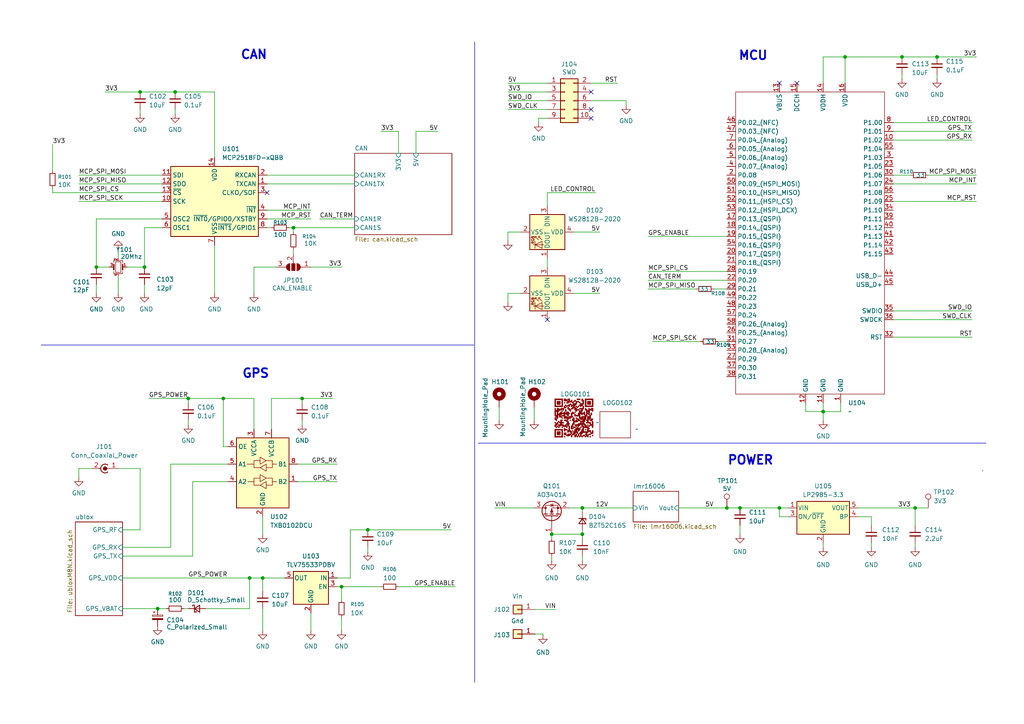
<source format=kicad_sch>
(kicad_sch (version 20250114) (generator "eeschema") (generator_version "9.0")
  (paper "A4")
  (lib_symbols
    (symbol "Connector:Conn_Coaxial_Power" (pin_names (offset 1.016) (hide yes))
      (property "Reference" "J" (at -5.08 -1.27 90))
      (property "Value" "Conn_Coaxial_Power" (at -3.175 -1.27 90))
      (symbol "Conn_Coaxial_Power_1_1"
        (pin passive line (at 0 2.54 270) (length 2.54) (name "In") (number "1"))
        (pin passive line (at 0 -5.08 90) (length 2.54) (name "Ext") (number "2"))
      )
    )
    (symbol "Connector:TestPoint" (pin_numbers (hide yes)) (pin_names (offset 0.762) (hide yes))
      (property "Reference" "TP" (at 0 6.858 0))
      (property "Value" "TestPoint" (at 0 5.08 0))
      (symbol "TestPoint_1_1"
        (pin passive line (at 0 0 90) (length 2.54) (name "1") (number "1"))
      )
    )
    (symbol "Connector_Generic:Conn_01x01" (pin_names (offset 1.016) (hide yes))
      (property "Reference" "J" (at 0 2.54 0))
      (property "Value" "Conn_01x01" (at 0 -2.54 0))
      (symbol "Conn_01x01_1_1"
        (pin passive line (at -5.08 0 0) (length 3.81) (name "Pin_1") (number "1"))
      )
    )
    (symbol "Connector_Generic:Conn_02x05_Odd_Even" (pin_names (offset 1.016) (hide yes))
      (property "Reference" "J" (at 1.27 7.62 0))
      (property "Value" "Conn_02x05_Odd_Even" (at 1.27 -7.62 0))
      (symbol "Conn_02x05_Odd_Even_1_1"
        (pin passive line (at -5.08 5.08 0) (length 3.81) (name "Pin_1") (number "1"))
        (pin passive line (at -5.08 2.54 0) (length 3.81) (name "Pin_3") (number "3"))
        (pin passive line (at -5.08 0 0) (length 3.81) (name "Pin_5") (number "5"))
        (pin passive line (at -5.08 -2.54 0) (length 3.81) (name "Pin_7") (number "7"))
        (pin passive line (at -5.08 -5.08 0) (length 3.81) (name "Pin_9") (number "9"))
        (pin passive line (at 7.62 5.08 180) (length 3.81) (name "Pin_2") (number "2"))
        (pin passive line (at 7.62 2.54 180) (length 3.81) (name "Pin_4") (number "4"))
        (pin passive line (at 7.62 0 180) (length 3.81) (name "Pin_6") (number "6"))
        (pin passive line (at 7.62 -2.54 180) (length 3.81) (name "Pin_8") (number "8"))
        (pin passive line (at 7.62 -5.08 180) (length 3.81) (name "Pin_10") (number "10"))
      )
    )
    (symbol "Device:C_Polarized_Small" (pin_numbers (hide yes)) (pin_names (offset 0.254) (hide yes))
      (property "Reference" "C" (at 0.254 1.778 0))
      (property "Value" "C_Polarized_Small" (at 0.254 -2.032 0))
      (symbol "C_Polarized_Small_1_1"
        (pin passive line (at 0 2.54 270) (length 1.8542) (name "~") (number "1"))
        (pin passive line (at 0 -2.54 90) (length 1.8542) (name "~") (number "2"))
      )
    )
    (symbol "Device:C_Small" (pin_numbers (hide yes)) (pin_names (offset 0.254) (hide yes))
      (property "Reference" "C" (at 0.254 1.778 0))
      (property "Value" "C_Small" (at 0.254 -2.032 0))
      (symbol "C_Small_1_1"
        (pin passive line (at 0 2.54 270) (length 2.032) (name "~") (number "1"))
        (pin passive line (at 0 -2.54 90) (length 2.032) (name "~") (number "2"))
      )
    )
    (symbol "Device:Crystal_GND24_Small" (pin_names (offset 1.016) (hide yes))
      (property "Reference" "Y" (at 1.27 4.445 0))
      (property "Value" "Crystal_GND24_Small" (at 1.27 2.54 0))
      (symbol "Crystal_GND24_Small_1_1"
        (pin passive line (at -2.54 0 0) (length 1.27) (name "1") (number "1"))
        (pin passive line (at 0 2.54 270) (length 0.635) (name "4") (number "4"))
        (pin passive line (at 0 -2.54 90) (length 0.635) (name "2") (number "2"))
        (pin passive line (at 2.54 0 180) (length 1.27) (name "3") (number "3"))
      )
    )
    (symbol "Device:D_Schottky_Small" (pin_numbers (hide yes)) (pin_names (offset 0.254) (hide yes))
      (property "Reference" "D" (at -1.27 2.032 0))
      (property "Value" "D_Schottky_Small" (at -7.112 -2.032 0))
      (symbol "D_Schottky_Small_1_1"
        (pin passive line (at -2.54 0 0) (length 1.778) (name "K") (number "1"))
        (pin passive line (at 2.54 0 180) (length 1.778) (name "A") (number "2"))
      )
    )
    (symbol "Device:D_Zener_Small" (pin_numbers (hide yes)) (pin_names (offset 0.254) (hide yes))
      (property "Reference" "D" (at 0 2.286 0))
      (property "Value" "D_Zener_Small" (at 0 -2.286 0))
      (symbol "D_Zener_Small_1_1"
        (pin passive line (at -2.54 0 0) (length 1.778) (name "K") (number "1"))
        (pin passive line (at 2.54 0 180) (length 1.778) (name "A") (number "2"))
      )
    )
    (symbol "Device:R_Small" (pin_numbers (hide yes)) (pin_names (offset 0.254) (hide yes))
      (property "Reference" "R" (at 0 0 90))
      (property "Value" "R_Small" (at 1.778 0 90))
      (symbol "R_Small_1_1"
        (pin passive line (at 0 2.54 270) (length 0.762) (name "~") (number "1"))
        (pin passive line (at 0 -2.54 90) (length 0.762) (name "~") (number "2"))
      )
    )
    (symbol "Interface_CAN_LIN:MCP2518FD-xQBB"
      (property "Reference" "U" (at 8.89 13.97 0))
      (property "Value" "MCP2518FD-xQBB" (at -3.81 13.97 0))
      (symbol "MCP2518FD-xQBB_1_1"
        (pin input line (at -15.24 7.62 0) (length 2.54) (name "SDI") (number "11"))
        (pin output line (at -15.24 5.08 0) (length 2.54) (name "SDO") (number "12"))
        (pin input line (at -15.24 2.54 0) (length 2.54) (name "~{CS}") (number "13"))
        (pin input line (at -15.24 0 0) (length 2.54) (name "SCK") (number "10"))
        (pin output line (at -15.24 -5.08 0) (length 2.54) (name "OSC2") (number "5"))
        (pin input line (at -15.24 -7.62 0) (length 2.54) (name "OSC1") (number "6"))
        (pin power_in line (at 0 12.7 270) (length 2.54) (name "VDD") (number "14"))
        (pin passive line (at 0 -12.7 90) (length 2.54) (hide yes) (name "VSS") (number "15"))
        (pin power_in line (at 0 -12.7 90) (length 2.54) (name "VSS") (number "7"))
        (pin input line (at 15.24 7.62 180) (length 2.54) (name "RXCAN") (number "2"))
        (pin output line (at 15.24 5.08 180) (length 2.54) (name "TXCAN") (number "1"))
        (pin output line (at 15.24 2.54 180) (length 2.54) (name "CLKO/SOF") (number "3"))
        (pin output line (at 15.24 -2.54 180) (length 2.54) (name "~{INT}") (number "4"))
        (pin bidirectional line (at 15.24 -5.08 180) (length 2.54) (name "~{INT0}/GPIO0/XSTBY") (number "9"))
        (pin bidirectional line (at 15.24 -7.62 180) (length 2.54) (name "~{INT1}/GPIO1") (number "8"))
      )
    )
    (symbol "Jumper:SolderJumper_3_Open" (pin_names (offset 0) (hide yes)) (in_bom no)
      (property "Reference" "JP" (at -2.54 -2.54 0))
      (property "Value" "SolderJumper_3_Open" (at 0 2.794 0))
      (symbol "SolderJumper_3_Open_1_1"
        (pin passive line (at -5.08 0 0) (length 2.54) (name "A") (number "1"))
        (pin passive line (at 0 -3.81 90) (length 2.54) (name "C") (number "2"))
        (pin passive line (at 5.08 0 180) (length 2.54) (name "B") (number "3"))
      )
    )
    (symbol "LED:WS2812B-2020" (pin_names (offset 0.254))
      (property "Reference" "D" (at 5.08 5.715 0))
      (property "Value" "WS2812B-2020" (at 1.27 -5.715 0))
      (symbol "WS2812B-2020_0_0"
        (text "RGB" (at 2.286 -4.191 0) (effects (font (size 0.762 0.762))))
      )
      (symbol "WS2812B-2020_1_1"
        (pin input line (at -7.62 0 0) (length 2.54) (name "DIN") (number "3"))
        (pin power_in line (at 0 7.62 270) (length 2.54) (name "VDD") (number "4"))
        (pin power_in line (at 0 -7.62 90) (length 2.54) (name "VSS") (number "2"))
        (pin output line (at 7.62 0 180) (length 2.54) (name "DOUT") (number "1"))
      )
    )
    (symbol "Logic_LevelTranslator:TXB0102DCU"
      (property "Reference" "U" (at -6.35 11.43 0))
      (property "Value" "TXB0102DCU" (at 3.81 11.43 0))
      (symbol "TXB0102DCU_1_1"
        (pin input line (at -10.16 7.62 0) (length 2.54) (name "OE") (number "6"))
        (pin bidirectional line (at -10.16 2.54 0) (length 2.54) (name "A1") (number "5"))
        (pin bidirectional line (at -10.16 -2.54 0) (length 2.54) (name "A2") (number "4"))
        (pin power_in line (at -2.54 12.7 270) (length 2.54) (name "VCCA") (number "3"))
        (pin power_in line (at 0 -12.7 90) (length 2.54) (name "GND") (number "2"))
        (pin power_in line (at 2.54 12.7 270) (length 2.54) (name "VCCB") (number "7"))
        (pin bidirectional line (at 10.16 2.54 180) (length 2.54) (name "B1") (number "8"))
        (pin bidirectional line (at 10.16 -2.54 180) (length 2.54) (name "B2") (number "1"))
      )
    )
    (symbol "Mechanical:MountingHole_Pad" (pin_numbers (hide yes)) (pin_names (offset 1.016) (hide yes)) (in_bom no)
      (property "Reference" "H" (at 0 6.35 0))
      (property "Value" "MountingHole_Pad" (at 0 4.445 0))
      (symbol "MountingHole_Pad_1_1"
        (pin input line (at 0 -2.54 90) (length 2.54) (name "1") (number "1"))
      )
    )
    (symbol "Regulator_Linear:LP2985-3.3" (pin_names (offset 0.254))
      (property "Reference" "U" (at -6.35 5.715 0))
      (property "Value" "LP2985-3.3" (at 0 5.715 0))
      (symbol "LP2985-3.3_1_1"
        (pin power_in line (at -10.16 2.54 0) (length 2.54) (name "VIN") (number "1"))
        (pin input line (at -10.16 0 0) (length 2.54) (name "ON/~{OFF}") (number "3"))
        (pin power_in line (at 0 -7.62 90) (length 2.54) (name "GND") (number "2"))
        (pin power_out line (at 10.16 2.54 180) (length 2.54) (name "VOUT") (number "5"))
        (pin input line (at 10.16 0 180) (length 2.54) (name "BP") (number "4"))
      )
    )
    (symbol "Regulator_Linear:TLV75533PDBV" (pin_names (offset 0.254))
      (property "Reference" "U" (at -3.81 5.715 0))
      (property "Value" "TLV75533PDBV" (at 0 5.715 0))
      (symbol "TLV75533PDBV_1_1"
        (pin power_in line (at -7.62 2.54 0) (length 2.54) (name "IN") (number "1"))
        (pin input line (at -7.62 0 0) (length 2.54) (name "EN") (number "3"))
        (pin power_in line (at 0 -7.62 90) (length 2.54) (name "GND") (number "2"))
        (pin no_connect line (at 5.08 0 180) (length 2.54) (hide yes) (name "NC") (number "4"))
        (pin power_out line (at 7.62 2.54 180) (length 2.54) (name "OUT") (number "5"))
      )
    )
    (symbol "Transistor_FET:AO3401A" (pin_names (hide yes))
      (property "Reference" "Q" (at 5.08 1.905 0))
      (property "Value" "AO3401A" (at 5.08 0 0))
      (symbol "AO3401A_1_1"
        (pin input line (at -5.08 0 0) (length 2.54) (name "G") (number "1"))
        (pin passive line (at 2.54 5.08 270) (length 2.54) (name "D") (number "3"))
        (pin passive line (at 2.54 -5.08 90) (length 2.54) (name "S") (number "2"))
      )
    )
    (symbol "holyiot_21069:holyiot_21069_nfr5340"
      (property "Reference" "U" (at 36.068 9.144 0))
      (symbol "holyiot_21069_nfr5340_1_1"
        (pin bidirectional line (at -2.54 78.74 0) (length 2.54) (name "P0.02_(NFC)") (number "46"))
        (pin bidirectional line (at -2.54 76.2 0) (length 2.54) (name "P0.03_(NFC)") (number "47"))
        (pin bidirectional line (at -2.54 73.66 0) (length 2.54) (name "P0.04_(Analog)") (number "7"))
        (pin bidirectional line (at -2.54 71.12 0) (length 2.54) (name "P0.05_(Analog)") (number "6"))
        (pin bidirectional line (at -2.54 68.58 0) (length 2.54) (name "P0.06_(Analog)") (number "5"))
        (pin bidirectional line (at -2.54 66.04 0) (length 2.54) (name "P0.07_(Analog)") (number "4"))
        (pin bidirectional line (at -2.54 63.5 0) (length 2.54) (name "P0.08") (number "2"))
        (pin bidirectional line (at -2.54 60.96 0) (length 2.54) (name "P0.09_(HSPI_MOSI)") (number "50"))
        (pin bidirectional line (at -2.54 58.42 0) (length 2.54) (name "P0.10_(HSPI_MISO)") (number "51"))
        (pin bidirectional line (at -2.54 55.88 0) (length 2.54) (name "P0.11_(HSPI_CS)") (number "52"))
        (pin bidirectional line (at -2.54 53.34 0) (length 2.54) (name "P0.12_(HSPI_DCX)") (number "53"))
        (pin bidirectional line (at -2.54 50.8 0) (length 2.54) (name "P0.13_(QSPI)") (number "17"))
        (pin bidirectional line (at -2.54 48.26 0) (length 2.54) (name "P0.14_(QSPI)") (number "18"))
        (pin bidirectional line (at -2.54 45.72 0) (length 2.54) (name "P0.15_(QSPI)") (number "19"))
        (pin bidirectional line (at -2.54 43.18 0) (length 2.54) (name "P0.16_(QSPI)") (number "54"))
        (pin bidirectional line (at -2.54 40.64 0) (length 2.54) (name "P0.17_(QSPI)") (number "20"))
        (pin bidirectional line (at -2.54 38.1 0) (length 2.54) (name "P0.18_(QSPI)") (number "21"))
        (pin bidirectional line (at -2.54 35.56 0) (length 2.54) (name "P0.19") (number "28"))
        (pin bidirectional line (at -2.54 33.02 0) (length 2.54) (name "P0.20") (number "22"))
        (pin bidirectional line (at -2.54 30.48 0) (length 2.54) (name "P0.21") (number "29"))
        (pin bidirectional line (at -2.54 27.94 0) (length 2.54) (name "P0.22") (number "49"))
        (pin bidirectional line (at -2.54 25.4 0) (length 2.54) (name "P0.23") (number "48"))
        (pin bidirectional line (at -2.54 22.86 0) (length 2.54) (name "P0.24") (number "57"))
        (pin bidirectional line (at -2.54 20.32 0) (length 2.54) (name "P0.26_(Analog)") (number "58"))
        (pin bidirectional line (at -2.54 17.78 0) (length 2.54) (name "P0.25_(Analog)") (number "26"))
        (pin bidirectional line (at -2.54 15.24 0) (length 2.54) (name "P0.27") (number "31"))
        (pin bidirectional line (at -2.54 12.7 0) (length 2.54) (name "P0.28_(Analog)") (number "33"))
        (pin bidirectional line (at -2.54 10.16 0) (length 2.54) (name "P0.29") (number "27"))
        (pin bidirectional line (at -2.54 7.62 0) (length 2.54) (name "P0.30") (number "37"))
        (pin bidirectional line (at -2.54 5.08 0) (length 2.54) (name "P0.31") (number "38"))
        (pin power_in line (at 12.7 90.17 270) (length 2.54) (name "VBUS") (number "13"))
        (pin power_in line (at 17.78 90.17 270) (length 2.54) (name "DCCH") (number "15"))
        (pin power_in line (at 20.32 -2.54 90) (length 2.54) (name "GND") (number "12"))
        (pin power_in line (at 25.4 90.17 270) (length 2.54) (name "VDDH") (number "14"))
        (pin power_in line (at 25.4 -2.54 90) (length 2.54) (name "GND") (number "11"))
        (pin power_in line (at 30.48 -2.54 90) (length 2.54) (name "GND") (number "1"))
        (pin power_in line (at 31.75 90.17 270) (length 2.54) (name "VDD") (number "16"))
        (pin bidirectional line (at 45.72 78.74 180) (length 2.54) (name "P1.00") (number "8"))
        (pin bidirectional line (at 45.72 76.2 180) (length 2.54) (name "P1.01") (number "9"))
        (pin bidirectional line (at 45.72 73.66 180) (length 2.54) (name "P1.02") (number "10"))
        (pin bidirectional line (at 45.72 71.12 180) (length 2.54) (name "P1.04") (number "55"))
        (pin bidirectional line (at 45.72 68.58 180) (length 2.54) (name "P1.03") (number "3"))
        (pin bidirectional line (at 45.72 66.04 180) (length 2.54) (name "P1.05") (number "23"))
        (pin bidirectional line (at 45.72 63.5 180) (length 2.54) (name "P1.06") (number "30"))
        (pin bidirectional line (at 45.72 60.96 180) (length 2.54) (name "P1.07") (number "24"))
        (pin bidirectional line (at 45.72 58.42 180) (length 2.54) (name "P1.08") (number "56"))
        (pin bidirectional line (at 45.72 55.88 180) (length 2.54) (name "P1.09") (number "25"))
        (pin bidirectional line (at 45.72 53.34 180) (length 2.54) (name "P1.10") (number "34"))
        (pin bidirectional line (at 45.72 50.8 180) (length 2.54) (name "P1.11") (number "39"))
        (pin bidirectional line (at 45.72 48.26 180) (length 2.54) (name "P1.12") (number "40"))
        (pin bidirectional line (at 45.72 45.72 180) (length 2.54) (name "P1.13") (number "41"))
        (pin bidirectional line (at 45.72 43.18 180) (length 2.54) (name "P1.14") (number "42"))
        (pin bidirectional line (at 45.72 40.64 180) (length 2.54) (name "P1.15") (number "43"))
        (pin bidirectional line (at 45.72 34.29 180) (length 2.54) (name "USB_D-") (number "44"))
        (pin bidirectional line (at 45.72 31.75 180) (length 2.54) (name "USB_D+") (number "45"))
        (pin bidirectional line (at 45.72 24.13 180) (length 2.54) (name "SWDIO") (number "35"))
        (pin bidirectional line (at 45.72 21.59 180) (length 2.54) (name "SWDCK") (number "36"))
        (pin input line (at 45.72 16.51 180) (length 2.54) (name "RST") (number "32"))
      )
    )
    (symbol "logo:logo15x9" (pin_numbers (hide yes)) (pin_names (offset 0) (hide yes)) (in_bom no)
      (property "Reference" "LOGO" (at 3.81 3.81 0))
    )
    (symbol "logo:logo_qr_github"
      (property "Reference" "LOGO" (at -0.508 -5.334 0))
    )
    (symbol "power:GND" (power) (pin_names (offset 0))
      (property "Value" "GND" (at 0 -3.81 0))
      (symbol "GND_1_1"
        (pin power_in line (at 0 0 270) (length 0) (hide yes) (name "GND") (number "1"))
      )
    )
  )
  (text "GPS" (at 74.168 108.458 0) (effects (font (size 2.54 2.54) (thickness 0.508) (bold yes))))
  (text "CAN" (at 73.66 16.002 0) (effects (font (size 2.54 2.54) (thickness 0.508) (bold yes))))
  (text "MCU" (at 218.44 16.256 0) (effects (font (size 2.54 2.54) (thickness 0.508) (bold yes))))
  (text "POWER" (at 217.678 133.604 0) (effects (font (size 2.54 2.54) (thickness 0.508) (bold yes))))
  (junction (at 160.02 154.94))
  (junction (at 41.91 77.47))
  (junction (at 271.78 16.51))
  (junction (at 50.8 26.67))
  (junction (at 168.91 154.94))
  (junction (at 245.11 16.51))
  (junction (at 64.77 115.57))
  (junction (at 210.82 147.32))
  (junction (at 214.63 147.32))
  (junction (at 54.61 115.57))
  (junction (at 27.94 77.47))
  (junction (at 238.76 119.38))
  (junction (at 261.62 16.51))
  (junction (at 85.09 66.04))
  (junction (at 265.43 147.32))
  (junction (at 99.06 170.18))
  (junction (at 72.39 167.64))
  (junction (at 40.64 26.67))
  (junction (at 226.06 147.32))
  (junction (at 106.68 153.67))
  (junction (at 45.72 176.53))
  (junction (at 87.63 115.57))
  (junction (at 168.91 147.32))
  (junction (at 76.2 167.64))
  (no_connect (at 231.14 24.13))
  (no_connect (at 171.45 34.29))
  (no_connect (at 171.45 31.75))
  (no_connect (at 158.75 92.71))
  (no_connect (at 226.06 24.13))
  (no_connect (at 77.47 55.88))
  (no_connect (at 171.45 26.67))
  (wire (pts (xy 77.47 50.8) (xy 102.87 50.8)))
  (wire (pts (xy 76.2 149.86) (xy 76.2 154.94)))
  (wire (pts (xy 238.76 116.84) (xy 238.76 119.38)))
  (wire (pts (xy 26.67 135.89) (xy 22.86 135.89)))
  (wire (pts (xy 50.8 26.67) (xy 62.23 26.67)))
  (wire (pts (xy 151.13 67.31) (xy 147.32 67.31)))
  (wire (pts (xy 22.86 135.89) (xy 22.86 138.43)))
  (wire (pts (xy 151.13 85.09) (xy 147.32 85.09)))
  (wire (pts (xy 83.82 66.04) (xy 85.09 66.04)))
  (wire (pts (xy 160.02 154.94) (xy 168.91 154.94)))
  (wire (pts (xy 196.85 147.32) (xy 210.82 147.32)))
  (wire (pts (xy 53.34 176.53) (xy 54.61 176.53)))
  (wire (pts (xy 73.66 115.57) (xy 73.66 124.46)))
  (wire (pts (xy 106.68 158.75) (xy 106.68 160.02)))
  (wire (pts (xy 168.91 147.32) (xy 168.91 148.59)))
  (wire (pts (xy 265.43 157.48) (xy 265.43 158.75)))
  (wire (pts (xy 99.06 179.07) (xy 99.06 182.88)))
  (wire (pts (xy 147.32 67.31) (xy 147.32 69.85)))
  (wire (pts (xy 265.43 147.32) (xy 269.24 147.32)))
  (wire (pts (xy 34.29 72.39) (xy 34.29 74.93)))
  (wire (pts (xy 106.68 153.67) (xy 130.81 153.67)))
  (wire (pts (xy 40.64 153.67) (xy 40.64 135.89)))
  (wire (pts (xy 157.48 183.896) (xy 157.48 184.15)))
  (wire (pts (xy 86.36 139.7) (xy 97.79 139.7)))
  (wire (pts (xy 155.194 176.784) (xy 161.29 176.784)))
  (wire (pts (xy 155.194 183.896) (xy 157.48 183.896)))
  (wire (pts (xy 62.23 26.67) (xy 62.23 45.72)))
  (wire (pts (xy 85.09 72.39) (xy 85.09 73.66)))
  (wire (pts (xy 259.08 58.42) (xy 283.21 58.42)))
  (wire (pts (xy 243.84 119.38) (xy 238.76 119.38)))
  (wire (pts (xy 49.53 158.75) (xy 49.53 134.62)))
  (wire (pts (xy 54.61 115.57) (xy 54.61 116.84)))
  (wire (pts (xy 147.32 85.09) (xy 147.32 87.63)))
  (wire (pts (xy 30.48 26.67) (xy 40.64 26.67)))
  (wire (pts (xy 86.36 134.62) (xy 97.79 134.62)))
  (wire (pts (xy 143.51 147.32) (xy 154.94 147.32)))
  (wire (pts (xy 201.93 83.82) (xy 187.96 83.82)))
  (wire (pts (xy 214.63 147.32) (xy 226.06 147.32)))
  (wire (pts (xy 271.78 21.59) (xy 271.78 22.86)))
  (wire (pts (xy 78.74 115.57) (xy 78.74 124.46)))
  (wire (pts (xy 15.24 41.91) (xy 15.24 49.53)))
  (wire (pts (xy 80.01 77.47) (xy 73.66 77.47)))
  (wire (pts (xy 252.73 149.86) (xy 252.73 152.4)))
  (wire (pts (xy 261.62 16.51) (xy 271.78 16.51)))
  (wire (pts (xy 259.08 50.8) (xy 264.16 50.8)))
  (wire (pts (xy 41.91 66.04) (xy 41.91 77.47)))
  (wire (pts (xy 31.75 77.47) (xy 27.94 77.47)))
  (wire (pts (xy 160.02 161.29) (xy 160.02 162.56)))
  (wire (pts (xy 35.56 153.67) (xy 40.64 153.67)))
  (wire (pts (xy 59.69 176.53) (xy 72.39 176.53)))
  (polyline (pts (xy 137.668 104.14) (xy 137.668 12.192)))
  (wire (pts (xy 187.96 81.28) (xy 210.82 81.28)))
  (wire (pts (xy 77.47 63.5) (xy 90.17 63.5)))
  (wire (pts (xy 166.37 67.31) (xy 173.99 67.31)))
  (wire (pts (xy 226.06 149.86) (xy 226.06 147.32)))
  (wire (pts (xy 147.32 31.75) (xy 158.75 31.75)))
  (wire (pts (xy 77.47 53.34) (xy 102.87 53.34)))
  (wire (pts (xy 259.08 90.17) (xy 281.94 90.17)))
  (wire (pts (xy 55.88 139.7) (xy 66.04 139.7)))
  (wire (pts (xy 158.75 55.88) (xy 172.72 55.88)))
  (wire (pts (xy 41.91 66.04) (xy 46.99 66.04)))
  (wire (pts (xy 36.83 77.47) (xy 41.91 77.47)))
  (wire (pts (xy 40.64 31.75) (xy 40.64 33.02)))
  (wire (pts (xy 22.86 53.34) (xy 46.99 53.34)))
  (wire (pts (xy 15.24 54.61) (xy 15.24 55.88)))
  (wire (pts (xy 168.91 161.29) (xy 168.91 162.56)))
  (wire (pts (xy 27.94 77.47) (xy 27.94 63.5)))
  (wire (pts (xy 54.61 115.57) (xy 64.77 115.57)))
  (wire (pts (xy 158.75 59.69) (xy 158.75 55.88)))
  (wire (pts (xy 203.2 99.06) (xy 189.23 99.06)))
  (polyline (pts (xy 137.668 104.14) (xy 137.668 197.866)))
  (wire (pts (xy 208.28 99.06) (xy 210.82 99.06)))
  (wire (pts (xy 168.91 153.67) (xy 168.91 154.94)))
  (wire (pts (xy 210.82 147.32) (xy 214.63 147.32)))
  (wire (pts (xy 243.84 116.84) (xy 243.84 119.38)))
  (wire (pts (xy 248.92 149.86) (xy 252.73 149.86)))
  (wire (pts (xy 97.79 170.18) (xy 99.06 170.18)))
  (wire (pts (xy 158.75 34.29) (xy 156.21 34.29)))
  (wire (pts (xy 120.65 38.1) (xy 127 38.1)))
  (wire (pts (xy 168.91 154.94) (xy 168.91 156.21)))
  (wire (pts (xy 77.47 60.96) (xy 90.17 60.96)))
  (wire (pts (xy 259.08 38.1) (xy 281.94 38.1)))
  (wire (pts (xy 147.32 24.13) (xy 158.75 24.13)))
  (wire (pts (xy 158.75 74.93) (xy 158.75 77.47)))
  (wire (pts (xy 85.09 66.04) (xy 102.87 66.04)))
  (wire (pts (xy 64.77 115.57) (xy 64.77 129.54)))
  (polyline (pts (xy 11.938 100.076) (xy 137.414 100.076)))
  (polyline (pts (xy 284.988 136.398) (xy 284.988 136.652)))
  (wire (pts (xy 115.57 38.1) (xy 115.57 44.45)))
  (wire (pts (xy 54.61 121.92) (xy 54.61 123.19)))
  (wire (pts (xy 66.04 129.54) (xy 64.77 129.54)))
  (wire (pts (xy 72.39 176.53) (xy 72.39 167.64)))
  (wire (pts (xy 265.43 147.32) (xy 265.43 152.4)))
  (wire (pts (xy 87.63 121.92) (xy 87.63 123.19)))
  (wire (pts (xy 187.96 68.58) (xy 210.82 68.58)))
  (wire (pts (xy 171.45 29.21) (xy 181.61 29.21)))
  (wire (pts (xy 187.96 78.74) (xy 210.82 78.74)))
  (wire (pts (xy 160.02 154.94) (xy 160.02 156.21)))
  (wire (pts (xy 233.68 116.84) (xy 233.68 119.38)))
  (wire (pts (xy 49.53 134.62) (xy 66.04 134.62)))
  (wire (pts (xy 226.06 147.32) (xy 228.6 147.32)))
  (wire (pts (xy 120.65 44.45) (xy 120.65 38.1)))
  (wire (pts (xy 283.21 50.8) (xy 269.24 50.8)))
  (wire (pts (xy 35.56 161.29) (xy 55.88 161.29)))
  (wire (pts (xy 22.86 58.42) (xy 46.99 58.42)))
  (wire (pts (xy 35.56 167.64) (xy 72.39 167.64)))
  (wire (pts (xy 96.52 115.57) (xy 87.63 115.57)))
  (wire (pts (xy 214.63 152.4) (xy 214.63 154.94)))
  (wire (pts (xy 238.76 157.48) (xy 238.76 158.75)))
  (wire (pts (xy 233.68 119.38) (xy 238.76 119.38)))
  (wire (pts (xy 110.49 38.1) (xy 115.57 38.1)))
  (wire (pts (xy 99.06 170.18) (xy 110.49 170.18)))
  (wire (pts (xy 115.57 170.18) (xy 132.08 170.18)))
  (wire (pts (xy 252.73 157.48) (xy 252.73 158.75)))
  (wire (pts (xy 72.39 167.64) (xy 76.2 167.64)))
  (wire (pts (xy 165.1 147.32) (xy 168.91 147.32)))
  (wire (pts (xy 77.47 66.04) (xy 78.74 66.04)))
  (wire (pts (xy 228.6 149.86) (xy 226.06 149.86)))
  (wire (pts (xy 154.94 118.11) (xy 154.94 121.92)))
  (wire (pts (xy 147.32 26.67) (xy 158.75 26.67)))
  (wire (pts (xy 271.78 16.51) (xy 283.21 16.51)))
  (wire (pts (xy 87.63 115.57) (xy 87.63 116.84)))
  (wire (pts (xy 259.08 40.64) (xy 281.94 40.64)))
  (wire (pts (xy 73.66 77.47) (xy 73.66 85.09)))
  (wire (pts (xy 35.56 158.75) (xy 49.53 158.75)))
  (wire (pts (xy 259.08 97.79) (xy 281.94 97.79)))
  (wire (pts (xy 50.8 31.75) (xy 50.8 33.02)))
  (wire (pts (xy 101.6 167.64) (xy 97.79 167.64)))
  (wire (pts (xy 147.32 29.21) (xy 158.75 29.21)))
  (wire (pts (xy 22.86 50.8) (xy 46.99 50.8)))
  (wire (pts (xy 45.72 176.53) (xy 48.26 176.53)))
  (wire (pts (xy 85.09 67.31) (xy 85.09 66.04)))
  (wire (pts (xy 156.21 34.29) (xy 156.21 35.56)))
  (wire (pts (xy 245.11 16.51) (xy 261.62 16.51)))
  (wire (pts (xy 34.29 80.01) (xy 34.29 85.09)))
  (wire (pts (xy 144.78 118.11) (xy 144.78 121.92)))
  (wire (pts (xy 90.17 177.8) (xy 90.17 182.88)))
  (wire (pts (xy 62.23 71.12) (xy 62.23 85.09)))
  (wire (pts (xy 82.55 167.64) (xy 76.2 167.64)))
  (wire (pts (xy 40.64 135.89) (xy 34.29 135.89)))
  (wire (pts (xy 101.6 153.67) (xy 106.68 153.67)))
  (wire (pts (xy 238.76 24.13) (xy 238.76 16.51)))
  (wire (pts (xy 43.18 115.57) (xy 54.61 115.57)))
  (wire (pts (xy 76.2 176.53) (xy 76.2 182.88)))
  (wire (pts (xy 248.92 147.32) (xy 265.43 147.32)))
  (wire (pts (xy 166.37 85.09) (xy 173.99 85.09)))
  (wire (pts (xy 55.88 161.29) (xy 55.88 139.7)))
  (wire (pts (xy 168.91 147.32) (xy 183.642 147.32)))
  (wire (pts (xy 15.24 55.88) (xy 46.99 55.88)))
  (wire (pts (xy 99.06 77.47) (xy 90.17 77.47)))
  (wire (pts (xy 259.08 35.56) (xy 281.94 35.56)))
  (wire (pts (xy 40.64 26.67) (xy 50.8 26.67)))
  (wire (pts (xy 245.11 24.13) (xy 245.11 16.51)))
  (wire (pts (xy 27.94 63.5) (xy 46.99 63.5)))
  (wire (pts (xy 99.06 170.18) (xy 99.06 173.99)))
  (wire (pts (xy 101.6 153.67) (xy 101.6 167.64)))
  (wire (pts (xy 207.01 83.82) (xy 210.82 83.82)))
  (wire (pts (xy 35.56 176.53) (xy 45.72 176.53)))
  (wire (pts (xy 181.61 29.21) (xy 181.61 30.48)))
  (wire (pts (xy 64.77 115.57) (xy 73.66 115.57)))
  (wire (pts (xy 76.2 167.64) (xy 76.2 171.45)))
  (wire (pts (xy 261.62 21.59) (xy 261.62 22.86)))
  (wire (pts (xy 238.76 119.38) (xy 238.76 121.92)))
  (polyline (pts (xy 138.684 128.524) (xy 286.004 128.524)))
  (wire (pts (xy 41.91 82.55) (xy 41.91 85.09)))
  (wire (pts (xy 87.63 115.57) (xy 78.74 115.57)))
  (wire (pts (xy 259.08 92.71) (xy 281.94 92.71)))
  (wire (pts (xy 27.94 82.55) (xy 27.94 85.09)))
  (wire (pts (xy 259.08 53.34) (xy 283.21 53.34)))
  (wire (pts (xy 92.71 63.5) (xy 102.87 63.5)))
  (wire (pts (xy 238.76 16.51) (xy 245.11 16.51)))
  (wire (pts (xy 171.45 24.13) (xy 179.07 24.13)))
  (label "SWD_CLK" (at 281.94 92.71 180))
  (label "MCP_SPI_MISO" (at 22.86 53.34 0))
  (label "MCP_SPI_SCK" (at 189.23 99.06 0))
  (label "CAN_TERM" (at 92.71 63.5 0))
  (label "LED_CONTROL" (at 172.72 55.88 180))
  (label "3V3" (at 264.16 147.32 180))
  (label "GPS_ENABLE" (at 132.08 170.18 180))
  (label "3V3" (at 110.49 38.1 0))
  (label "3V3" (at 283.21 16.51 180))
  (label "3V3" (at 15.24 41.91 0))
  (label "MCP_SPI_CS" (at 187.96 78.74 0))
  (label "3V3" (at 96.52 115.57 180))
  (label "MCP_SPI_CS" (at 22.86 55.88 0))
  (label "LED_CONTROL" (at 281.94 35.56 180))
  (label "VIN" (at 143.51 147.32 0))
  (label "MCP_SPI_MOSI" (at 22.86 50.8 0))
  (label "3V3" (at 30.48 26.67 0))
  (label "GPS_ENABLE" (at 187.96 68.58 0))
  (label "5V" (at 207.01 147.32 180))
  (label "VIN" (at 161.29 176.784 180))
  (label "MCP_INT" (at 283.21 53.34 180))
  (label "RST" (at 281.94 97.79 180))
  (label "3V3" (at 147.32 26.67 0))
  (label "5V" (at 130.81 153.67 180))
  (label "3V3" (at 99.06 77.47 180))
  (label "5V" (at 173.99 67.31 180))
  (label "SWD_CLK" (at 147.32 31.75 0))
  (label "MCP_INT" (at 90.17 60.96 180))
  (label "GPS_TX" (at 281.94 38.1 180))
  (label "GPS_POWER" (at 43.18 115.57 0))
  (label "MCP_RST" (at 283.21 58.42 180))
  (label "MCP_SPI_MISO" (at 187.96 83.82 0))
  (label "5V" (at 147.32 24.13 0))
  (label "MCP_RST" (at 90.17 63.5 180))
  (label "RST" (at 179.07 24.13 180))
  (label "5V" (at 127 38.1 180))
  (label "GPS_RX" (at 97.79 134.62 180))
  (label "GPS_POWER" (at 54.61 167.64 0))
  (label "SWD_IO" (at 281.94 90.17 180))
  (label "GPS_RX" (at 281.94 40.64 180))
  (label "5V" (at 173.99 85.09 180))
  (label "12V" (at 172.72 147.32 0))
  (label "SWD_IO" (at 147.32 29.21 0))
  (label "MCP_SPI_MOSI" (at 283.21 50.8 180))
  (label "MCP_SPI_SCK" (at 22.86 58.42 0))
  (label "CAN_TERM" (at 187.96 81.28 0))
  (label "GPS_TX" (at 97.79 139.7 180))
  (symbol (lib_id "Connector:Conn_Coaxial_Power") (at 31.75 135.89 270) (unit 1)
    (property "Reference" "J101" (at 30.226 129.54 90))
    (property "Value" "Conn_Coaxial_Power" (at 30.226 132.08 90))
    (property "Footprint" "Connector_Coaxial:SMA_Amphenol_132134_Vertical" (effects (hide yes)))
    (property "Description" "coaxial connector (BNC, SMA, SMB, SMC, Cinch/RCA, LEMO, ...)" (effects (hide yes)))
  )
  (symbol (lib_id "power:GND") (at 45.72 181.61 0) (unit 1)
    (property "Reference" "#PWR0107" (effects (hide yes)))
    (property "Value" "GND" (at 45.72 186.182 0))
  )
  (symbol (lib_id "power:GND") (at 160.02 162.56 0) (unit 1)
    (property "Reference" "#PWR0124" (effects (hide yes)))
    (property "Value" "GND" (at 160.02 167.64 0))
    (property "Description" "Power symbol creates a global label with name \"GND\" , ground" (effects (hide yes)))
  )
  (symbol (lib_id "power:GND") (at 87.63 123.19 0) (unit 1)
    (property "Reference" "#PWR0114" (effects (hide yes)))
    (property "Value" "GND" (at 87.63 127.762 0))
  )
  (symbol (lib_id "power:GND") (at 40.64 33.02 0) (unit 1)
    (property "Reference" "#PWR0105" (effects (hide yes)))
    (property "Value" "GND" (at 40.64 37.592 0))
  )
  (symbol (lib_id "Device:C_Small") (at 41.91 80.01 0) (unit 1)
    (property "Reference" "C103" (at 45.339 81.0323 0) (effects (justify left)))
    (property "Value" "12pF" (at 45.339 83.5723 0) (effects (justify left)))
    (property "Footprint" "Capacitor_SMD:C_0603_1608Metric" (effects (hide yes)))
    (property "Description" "Unpolarized capacitor, small symbol" (effects (hide yes)))
    (property "LCSC" "C38523" (effects (hide yes)))
  )
  (symbol (lib_id "power:GND") (at 144.78 121.92 0) (unit 1)
    (property "Reference" "#PWR0118" (effects (hide yes)))
    (property "Value" "GND" (effects (hide yes)))
  )
  (symbol (lib_id "power:GND") (at 147.32 87.63 0) (unit 1)
    (property "Reference" "#PWR0120" (effects (hide yes)))
    (property "Value" "GND" (effects (hide yes)))
  )
  (symbol (lib_id "Device:R_Small") (at 81.28 66.04 90) (unit 1)
    (property "Reference" "R103" (at 81.28 64.516 90) (effects (font (size 1.016 1.016))))
    (property "Value" "100" (at 81.28 68.072 90))
    (property "Footprint" "Resistor_SMD:R_0603_1608Metric" (effects (hide yes)))
    (property "Description" "Resistor, small symbol" (effects (hide yes)))
  )
  (symbol (lib_id "power:GND") (at 99.06 182.88 0) (unit 1)
    (property "Reference" "#PWR0116" (effects (hide yes)))
    (property "Value" "GND" (at 99.06 187.452 0))
  )
  (symbol (lib_id "power:GND") (at 168.91 162.56 0) (unit 1)
    (property "Reference" "#PWR0125" (effects (hide yes)))
    (property "Value" "GND" (at 168.91 167.64 0))
    (property "Description" "Power symbol creates a global label with name \"GND\" , ground" (effects (hide yes)))
  )
  (symbol (lib_id "holyiot_21069:holyiot_21069_nfr5340") (at 213.36 114.3 0) (unit 1)
    (property "Reference" "U104" (at 245.9833 116.84 0) (effects (justify left)))
    (property "Value" "~" (at 245.9833 119.38 0) (effects (justify left)))
    (property "Footprint" "holyiot_21069_nrf5340:nrf5340" (effects (hide yes)))
    (property "Datasheet" "https://hubtronics.in/docs/Holyiot-21069-nRF5340.pdf" (effects (hide yes)))
  )
  (symbol (lib_id "Device:C_Polarized_Small") (at 45.72 179.07 0) (unit 1)
    (property "Reference" "C104" (at 48.26 179.832 0) (effects (justify left)))
    (property "Value" "C_Polarized_Small" (at 48.26 181.864 0) (effects (justify left)))
    (property "Footprint" "Capacitor_THT:CP_Radial_D8.0mm_P3.50mm" (effects (hide yes)))
    (property "Description" "Polarized capacitor, small symbol" (effects (hide yes)))
  )
  (symbol (lib_id "Device:R_Small") (at 99.06 176.53 0) (unit 1)
    (property "Reference" "R105" (at 101.6 175.2599 0) (effects (font (size 1.016 1.016)) (justify left)))
    (property "Value" "10K" (at 101.6 177.7999 0) (effects (justify left)))
    (property "Footprint" "Resistor_SMD:R_0603_1608Metric" (effects (hide yes)))
    (property "Description" "Resistor, small symbol" (effects (hide yes)))
    (property "LCSC" "C25804" (effects (hide yes)))
  )
  (symbol (lib_id "Device:C_Small") (at 252.73 154.94 0) (unit 1)
    (property "Reference" "C112" (at 255.778 153.6762 0) (effects (justify left)))
    (property "Value" "10nF" (at 255.778 156.2162 0) (effects (justify left)))
    (property "Footprint" "Capacitor_SMD:C_0603_1608Metric" (effects (hide yes)))
    (property "Description" "Unpolarized capacitor, small symbol" (effects (hide yes)))
    (property "LCSC" "C57112" (effects (hide yes)))
  )
  (symbol (lib_id "Device:R_Small") (at 266.7 50.8 90) (unit 1)
    (property "Reference" "R110" (at 262.89 49.784 90) (effects (font (size 1.016 1.016))))
    (property "Value" "33" (at 266.954 50.8 90))
    (property "Footprint" "Resistor_SMD:R_0603_1608Metric" (effects (hide yes)))
    (property "Description" "Resistor, small symbol" (effects (hide yes)))
  )
  (symbol (lib_id "Mechanical:MountingHole_Pad") (at 154.94 115.57 0) (unit 1) (in_bom no)
    (property "Reference" "H102" (at 153.162 110.744 0) (effects (justify left)))
    (property "Value" "MountingHole_Pad" (at 151.638 126.746 90) (effects (justify left)))
    (property "Footprint" "MountingHole:MountingHole_2.2mm_M2_Pad_Via" (effects (hide yes)))
    (property "Description" "Mounting Hole with connection" (effects (hide yes)))
  )
  (symbol (lib_id "power:GND") (at 214.63 154.94 0) (unit 1)
    (property "Reference" "#PWR0127" (effects (hide yes)))
    (property "Value" "GND" (at 214.63 160.02 0))
    (property "Description" "Power symbol creates a global label with name \"GND\" , ground" (effects (hide yes)))
  )
  (symbol (lib_id "Connector_Generic:Conn_02x05_Odd_Even") (at 163.83 29.21 0) (unit 1)
    (property "Reference" "J104" (at 165.1 18.6182 0))
    (property "Value" "SWD" (at 165.1 20.9296 0))
    (property "Footprint" "Connector_PinHeader_1.27mm:PinHeader_2x05_P1.27mm_Vertical_SMD" (effects (hide yes)))
  )
  (symbol (lib_id "power:GND") (at 34.29 72.39 180) (unit 1)
    (property "Reference" "#PWR0103" (effects (hide yes)))
    (property "Value" "GND" (at 34.29 67.818 0))
  )
  (symbol (lib_id "Device:C_Small") (at 87.63 119.38 0) (unit 1)
    (property "Reference" "C108" (at 90.17 118.1162 0) (effects (justify left)))
    (property "Value" "0.1uF" (at 90.17 120.6562 0) (effects (justify left)))
    (property "Footprint" "Capacitor_SMD:C_0603_1608Metric" (effects (hide yes)))
    (property "Description" "Unpolarized capacitor, small symbol" (effects (hide yes)))
    (property "LCSC" "C14663" (effects (hide yes)))
  )
  (symbol (lib_id "power:GND") (at 252.73 158.75 0) (unit 1)
    (property "Reference" "#PWR0130" (effects (hide yes)))
    (property "Value" "GND" (at 252.73 163.83 0))
    (property "Description" "Power symbol creates a global label with name \"GND\" , ground" (effects (hide yes)))
  )
  (symbol (lib_id "Device:R_Small") (at 205.74 99.06 270) (unit 1)
    (property "Reference" "R109" (at 209.804 100.076 90) (effects (font (size 1.016 1.016))))
    (property "Value" "33" (at 205.994 99.06 90))
    (property "Footprint" "Resistor_SMD:R_0603_1608Metric" (effects (hide yes)))
    (property "Description" "Resistor, small symbol" (effects (hide yes)))
  )
  (symbol (lib_id "power:GND") (at 62.23 85.09 0) (unit 1)
    (property "Reference" "#PWR0110" (effects (hide yes)))
    (property "Value" "GND" (at 62.23 89.662 0))
  )
  (symbol (lib_id "power:GND") (at 156.21 35.56 0) (unit 1)
    (property "Reference" "#PWR0122" (effects (hide yes)))
    (property "Value" "GND" (at 156.21 40.132 0))
  )
  (symbol (lib_id "Device:C_Small") (at 265.43 154.94 0) (unit 1)
    (property "Reference" "C114" (at 268.224 153.6762 0) (effects (justify left)))
    (property "Value" "2.2uF" (at 268.224 156.2162 0) (effects (justify left)))
    (property "Footprint" "Capacitor_SMD:C_0603_1608Metric" (effects (hide yes)))
    (property "Description" "Unpolarized capacitor, small symbol" (effects (hide yes)))
    (property "LCSC" "C23630" (effects (hide yes)))
  )
  (symbol (lib_id "power:GND") (at 265.43 158.75 0) (unit 1)
    (property "Reference" "#PWR0132" (effects (hide yes)))
    (property "Value" "GND" (at 265.43 163.83 0))
    (property "Description" "Power symbol creates a global label with name \"GND\" , ground" (effects (hide yes)))
  )
  (symbol (lib_id "Interface_CAN_LIN:MCP2518FD-xQBB") (at 62.23 58.42 0) (unit 1)
    (property "Reference" "U101" (at 64.3733 43.18 0) (effects (justify left)))
    (property "Value" "MCP2518FD-xQBB" (at 64.3733 45.72 0) (effects (justify left)))
    (property "Footprint" "Package_DFN_QFN:DFN-14-1EP_3x4.5mm_P0.65mm_EP1.65x4.25mm" (effects (hide yes)))
    (property "Datasheet" "https://ww1.microchip.com/downloads/aemDocuments/documents/OTH/ProductDocuments/DataSheets/External-CAN-FD-Controller-with-SPI-Interface-DS20006027B.pdf" (effects (hide yes)))
    (property "Description" "CAN FD Controller with SPI Interface, up to 8 Mbps, Vdd 2.7..5.5V,  functional safety ready, VDFN-14" (effects (hide yes)))
    (property "LCSC" "C621395" (effects (hide yes)))
  )
  (symbol (lib_id "power:GND") (at 271.78 22.86 0) (unit 1)
    (property "Reference" "#PWR0133" (effects (hide yes)))
    (property "Value" "GND" (at 271.78 27.432 0))
  )
  (symbol (lib_id "power:GND") (at 157.48 184.15 0) (unit 1)
    (property "Reference" "#PWR0123" (effects (hide yes)))
    (property "Value" "GND" (at 157.48 189.23 0))
    (property "Description" "Power symbol creates a global label with name \"GND\" , ground" (effects (hide yes)))
  )
  (symbol (lib_id "Jumper:SolderJumper_3_Open") (at 85.09 77.47 180) (unit 1) (in_bom no)
    (property "Reference" "JP101" (at 85.09 81.28 0))
    (property "Value" "CAN_ENABLE" (at 84.836 83.566 0))
    (property "Footprint" "Jumper:SolderJumper-3_P1.3mm_Open_RoundedPad1.0x1.5mm" (effects (hide yes)))
    (property "Description" "Solder Jumper, 3-pole, open" (effects (hide yes)))
  )
  (symbol (lib_id "Device:Crystal_GND24_Small") (at 34.29 77.47 180) (unit 1)
    (property "Reference" "Y101" (at 36.068 72.39 0))
    (property "Value" "20Mhz" (at 38.1 74.422 0))
    (property "Footprint" "Crystal:Crystal_SMD_3225-4Pin_3.2x2.5mm" (effects (hide yes)))
    (property "Description" "Four pin crystal, GND on pins 2 and 4, small symbol" (effects (hide yes)))
  )
  (symbol (lib_id "Device:R_Small") (at 50.8 176.53 90) (unit 1)
    (property "Reference" "R102" (at 50.8 172.212 90) (effects (font (size 1.016 1.016))))
    (property "Value" "100" (at 50.8 173.99 90))
    (property "Footprint" "Resistor_SMD:R_0603_1608Metric" (effects (hide yes)))
    (property "Description" "Resistor, small symbol" (effects (hide yes)))
  )
  (symbol (lib_id "LED:WS2812B-2020") (at 158.75 67.31 270) (unit 1)
    (property "Reference" "D102" (at 172.466 60.9914 90))
    (property "Value" "WS2812B-2020" (at 172.466 63.5314 90))
    (property "Footprint" "LED_SMD:LED_WS2812B-2020_PLCC4_2.0x2.0mm" (effects (hide yes)))
    (property "Datasheet" "https://cdn-shop.adafruit.com/product-files/4684/4684_WS2812B-2020_V1.3_EN.pdf" (effects (hide yes)))
    (property "Description" "RGB LED with integrated controller, 2.0 x 2.0 mm, 12 mA" (effects (hide yes)))
    (property "LCSC" "C965555" (effects (hide yes)))
  )
  (symbol (lib_id "Device:C_Small") (at 168.91 158.75 0) (unit 1)
    (property "Reference" "C110" (at 171.958 157.4862 0) (effects (justify left)))
    (property "Value" "10nF" (at 171.958 160.0262 0) (effects (justify left)))
    (property "Footprint" "Capacitor_SMD:C_0603_1608Metric" (effects (hide yes)))
    (property "Description" "Unpolarized capacitor, small symbol" (effects (hide yes)))
    (property "LCSC" "C57112" (effects (hide yes)))
  )
  (symbol (lib_id "Device:R_Small") (at 113.03 170.18 90) (unit 1)
    (property "Reference" "R106" (at 113.03 165.1 90) (effects (font (size 1.016 1.016))))
    (property "Value" "100" (at 113.03 167.64 90))
    (property "Footprint" "Resistor_SMD:R_0603_1608Metric" (effects (hide yes)))
    (property "Description" "Resistor, small symbol" (effects (hide yes)))
  )
  (symbol (lib_id "power:GND") (at 50.8 33.02 0) (unit 1)
    (property "Reference" "#PWR0108" (effects (hide yes)))
    (property "Value" "GND" (at 50.8 37.592 0))
  )
  (symbol (lib_id "Device:C_Small") (at 214.63 149.86 0) (unit 1)
    (property "Reference" "C111" (at 217.17 148.5962 0) (effects (justify left)))
    (property "Value" "10uF" (at 217.17 151.1362 0) (effects (justify left)))
    (property "Footprint" "Capacitor_SMD:C_0603_1608Metric" (effects (hide yes)))
    (property "Description" "Unpolarized capacitor, small symbol" (effects (hide yes)))
    (property "LCSC" "C15849" (effects (hide yes)))
  )
  (symbol (lib_id "power:GND") (at 22.86 138.43 0) (unit 1)
    (property "Reference" "#PWR0101" (effects (hide yes)))
    (property "Value" "GND" (at 22.86 143.002 0))
  )
  (symbol (lib_id "Device:C_Small") (at 50.8 29.21 0) (unit 1)
    (property "Reference" "C105" (at 53.34 27.9462 0) (effects (justify left)))
    (property "Value" "0.1uF" (at 53.34 30.4862 0) (effects (justify left)))
    (property "Footprint" "Capacitor_SMD:C_0603_1608Metric" (effects (hide yes)))
    (property "Description" "Unpolarized capacitor, small symbol" (effects (hide yes)))
  )
  (symbol (lib_id "power:GND") (at 181.61 30.48 0) (unit 1)
    (property "Reference" "#PWR0126" (effects (hide yes)))
    (property "Value" "GND" (at 181.61 35.052 0))
  )
  (symbol (lib_id "Connector_Generic:Conn_01x01") (at 150.114 183.896 180) (unit 1) (in_bom no)
    (property "Reference" "J103" (at 145.542 184.15 0))
    (property "Value" "Gnd" (at 150.114 180.086 0))
    (property "Footprint" "Connector_PinHeader_2.54mm:PinHeader_1x01_P2.54mm_Vertical" (effects (hide yes)))
    (property "Description" "Generic connector, single row, 01x01, script generated (kicad-library-utils/schlib/autogen/connector/)" (effects (hide yes)))
  )
  (symbol (lib_id "power:GND") (at 27.94 85.09 0) (unit 1)
    (property "Reference" "#PWR0102" (effects (hide yes)))
    (property "Value" "GND" (at 27.94 89.662 0))
  )
  (symbol (lib_id "Device:R_Small") (at 160.02 158.75 0) (unit 1)
    (property "Reference" "R107" (at 162.052 157.4799 0) (effects (justify left)))
    (property "Value" "10K" (at 162.052 160.0199 0) (effects (justify left)))
    (property "Footprint" "Resistor_SMD:R_0603_1608Metric" (effects (hide yes)))
    (property "Description" "Resistor, small symbol" (effects (hide yes)))
    (property "LCSC" "C25804" (effects (hide yes)))
  )
  (symbol (lib_id "power:GND") (at 106.68 160.02 0) (unit 1)
    (property "Reference" "#PWR0117" (effects (hide yes)))
    (property "Value" "GND" (at 106.68 164.592 0))
  )
  (symbol (lib_id "Device:D_Schottky_Small") (at 57.15 176.53 0) (unit 1)
    (property "Reference" "D101" (at 56.896 171.958 0))
    (property "Value" "D_Schottky_Small" (at 62.738 173.99 0))
    (property "Footprint" "Diode_SMD:D_SOD-323_HandSoldering" (effects (hide yes)))
    (property "Description" "Schottky diode, small symbol" (effects (hide yes)))
  )
  (symbol (lib_id "Device:C_Small") (at 106.68 156.21 0) (unit 1)
    (property "Reference" "C109" (at 109.22 154.9462 0) (effects (justify left)))
    (property "Value" "10uF" (at 109.22 157.4862 0) (effects (justify left)))
    (property "Footprint" "Capacitor_SMD:C_0805_2012Metric" (effects (hide yes)))
    (property "Description" "Unpolarized capacitor, small symbol" (effects (hide yes)))
  )
  (symbol (lib_id "power:GND") (at 147.32 69.85 0) (unit 1)
    (property "Reference" "#PWR0119" (effects (hide yes)))
    (property "Value" "GND" (effects (hide yes)))
  )
  (symbol (lib_id "power:GND") (at 261.62 22.86 0) (unit 1)
    (property "Reference" "#PWR0131" (effects (hide yes)))
    (property "Value" "GND" (at 261.62 27.432 0))
  )
  (symbol (lib_id "Device:C_Small") (at 261.62 19.05 0) (unit 1)
    (property "Reference" "C113" (at 264.414 18.542 0) (effects (justify left)))
    (property "Value" "10uF" (at 264.414 21.082 0) (effects (justify left)))
    (property "Footprint" "Capacitor_SMD:C_0805_2012Metric" (effects (hide yes)))
    (property "Description" "Unpolarized capacitor, small symbol" (effects (hide yes)))
  )
  (symbol (lib_id "Device:C_Small") (at 40.64 29.21 0) (unit 1)
    (property "Reference" "C102" (at 43.18 27.9462 0) (effects (justify left)))
    (property "Value" "10uF" (at 43.18 30.4862 0) (effects (justify left)))
    (property "Footprint" "Capacitor_SMD:C_0805_2012Metric" (effects (hide yes)))
    (property "Description" "Unpolarized capacitor, small symbol" (effects (hide yes)))
  )
  (symbol (lib_id "power:GND") (at 76.2 182.88 0) (unit 1)
    (property "Reference" "#PWR0113" (effects (hide yes)))
    (property "Value" "GND" (at 76.2 187.452 0))
  )
  (symbol (lib_id "power:GND") (at 54.61 123.19 0) (unit 1)
    (property "Reference" "#PWR0109" (effects (hide yes)))
    (property "Value" "GND" (at 54.61 127.762 0))
  )
  (symbol (lib_id "logo:logo15x9") (at 173.99 127 0) (unit 1) (in_bom no)
    (property "Reference" "LOGO102" (at 174.752 116.84 0) (effects (justify left)))
    (property "Value" "~" (at 184.15 124.4599 0) (effects (justify left)))
    (property "Footprint" "logo:logo_15x9" (effects (hide yes)))
  )
  (symbol (lib_id "Device:R_Small") (at 204.47 83.82 270) (unit 1)
    (property "Reference" "R108" (at 208.28 85.09 90) (effects (font (size 1.016 1.016))))
    (property "Value" "33" (at 204.216 83.82 90))
    (property "Footprint" "Resistor_SMD:R_0603_1608Metric" (effects (hide yes)))
    (property "Description" "Resistor, small symbol" (effects (hide yes)))
  )
  (symbol (lib_id "power:GND") (at 238.76 158.75 0) (unit 1)
    (property "Reference" "#PWR0129" (effects (hide yes)))
    (property "Value" "GND" (at 238.76 163.83 0))
    (property "Description" "Power symbol creates a global label with name \"GND\" , ground" (effects (hide yes)))
  )
  (symbol (lib_id "Connector:TestPoint") (at 210.82 147.32 0) (unit 1) (in_bom no)
    (property "Reference" "TP101" (at 208.026 139.446 0) (effects (justify left)))
    (property "Value" "5V" (at 209.55 141.732 0) (effects (justify left)))
    (property "Footprint" "TestPoint:TestPoint_Pad_1.0x1.0mm" (effects (hide yes)))
    (property "Description" "test point" (effects (hide yes)))
  )
  (symbol (lib_id "Device:R_Small") (at 15.24 52.07 0) (unit 1)
    (property "Reference" "R101" (at 16.764 51.308 0) (effects (font (size 1.016 1.016)) (justify left)))
    (property "Value" "10K" (at 16.764 53.594 0) (effects (justify left)))
    (property "Footprint" "Resistor_SMD:R_0603_1608Metric" (effects (hide yes)))
    (property "Description" "Resistor, small symbol" (effects (hide yes)))
    (property "LCSC" "C25804" (effects (hide yes)))
  )
  (symbol (lib_id "Device:C_Small") (at 54.61 119.38 0) (unit 1)
    (property "Reference" "C106" (at 57.15 118.1162 0) (effects (justify left)))
    (property "Value" "0.1uF" (at 57.15 120.6562 0) (effects (justify left)))
    (property "Footprint" "Capacitor_SMD:C_0603_1608Metric" (effects (hide yes)))
    (property "Description" "Unpolarized capacitor, small symbol" (effects (hide yes)))
    (property "LCSC" "C14663" (effects (hide yes)))
  )
  (symbol (lib_id "power:GND") (at 73.66 85.09 0) (unit 1)
    (property "Reference" "#PWR0111" (effects (hide yes)))
    (property "Value" "GND" (at 73.66 89.662 0))
  )
  (symbol (lib_id "power:GND") (at 41.91 85.09 0) (unit 1)
    (property "Reference" "#PWR0106" (effects (hide yes)))
    (property "Value" "GND" (at 42.418 89.662 0))
  )
  (symbol (lib_id "Logic_LevelTranslator:TXB0102DCU") (at 76.2 137.16 0) (unit 1)
    (property "Reference" "U102" (at 78.3433 149.86 0) (effects (justify left)))
    (property "Value" "TXB0102DCU" (at 78.3433 152.4 0) (effects (justify left)))
    (property "Footprint" "Package_SO:VSSOP-8_2.3x2mm_P0.5mm" (effects (hide yes)))
    (property "Datasheet" "http://www.ti.com/lit/ds/symlink/txb0102.pdf" (effects (hide yes)))
    (property "Description" "2-Bit Bidirectional Voltage-Level Translator With Auto Direction Sensing and ±15-kV ESD Protection, VSSOP-8" (effects (hide yes)))
    (property "LCSC" "C60709" (effects (hide yes)))
  )
  (symbol (lib_id "Regulator_Linear:LP2985-3.3") (at 238.76 149.86 0) (unit 1)
    (property "Reference" "U105" (at 238.76 140.97 0))
    (property "Value" "LP2985-3.3" (at 238.76 143.51 0))
    (property "Footprint" "Package_TO_SOT_SMD:SOT-23-5" (effects (hide yes)))
    (property "Datasheet" "http://www.ti.com/lit/ds/symlink/lp2985.pdf" (effects (hide yes)))
    (property "Description" "150mA 16V Low-noise Low-dropout Regulator With Shutdown, 3.3V output voltage, SOT-23-5" (effects (hide yes)))
    (property "LCSC" "C95414" (effects (hide yes)))
  )
  (symbol (lib_id "power:GND") (at 90.17 182.88 0) (unit 1)
    (property "Reference" "#PWR0115" (effects (hide yes)))
    (property "Value" "GND" (at 90.17 187.452 0))
  )
  (symbol (lib_id "logo:logo_qr_github") (at 166.37 123.19 0) (unit 1)
    (property "Reference" "LOGO101" (at 162.56 114.3 0) (effects (justify left)))
    (property "Value" "~" (at 172.72 122.5125 0) (effects (justify left)))
    (property "Footprint" "logo:logo_github" (effects (hide yes)))
  )
  (symbol (lib_id "power:GND") (at 76.2 154.94 0) (unit 1)
    (property "Reference" "#PWR0112" (effects (hide yes)))
    (property "Value" "GND" (at 76.2 159.512 0))
  )
  (symbol (lib_id "Mechanical:MountingHole_Pad") (at 144.78 115.57 0) (unit 1) (in_bom no)
    (property "Reference" "H101" (at 142.494 110.744 0) (effects (justify left)))
    (property "Value" "MountingHole_Pad" (at 140.716 127 90) (effects (justify left)))
    (property "Footprint" "MountingHole:MountingHole_2.2mm_M2_Pad_Via" (effects (hide yes)))
    (property "Description" "Mounting Hole with connection" (effects (hide yes)))
  )
  (symbol (lib_id "LED:WS2812B-2020") (at 158.75 85.09 270) (unit 1)
    (property "Reference" "D103" (at 172.466 78.7714 90))
    (property "Value" "WS2812B-2020" (at 172.466 81.3114 90))
    (property "Footprint" "LED_SMD:LED_WS2812B-2020_PLCC4_2.0x2.0mm" (effects (hide yes)))
    (property "Datasheet" "https://cdn-shop.adafruit.com/product-files/4684/4684_WS2812B-2020_V1.3_EN.pdf" (effects (hide yes)))
    (property "Description" "RGB LED with integrated controller, 2.0 x 2.0 mm, 12 mA" (effects (hide yes)))
    (property "LCSC" "C965555" (effects (hide yes)))
  )
  (symbol (lib_id "Transistor_FET:AO3401A") (at 160.02 149.86 90) (unit 1)
    (property "Reference" "Q101" (at 160.02 140.97 90))
    (property "Value" "AO3401A" (at 160.02 143.51 90))
    (property "Footprint" "Package_TO_SOT_SMD:SOT-23" (effects (hide yes)))
    (property "Datasheet" "http://www.aosmd.com/pdfs/datasheet/AO3401A.pdf" (effects (hide yes)))
    (property "Description" "-4.0A Id, -30V Vds, P-Channel MOSFET, SOT-23" (effects (hide yes)))
    (property "LCSC" "C15127" (effects (hide yes)))
  )
  (symbol (lib_id "power:GND") (at 238.76 121.92 0) (unit 1)
    (property "Reference" "#PWR0128" (effects (hide yes)))
    (property "Value" "GND" (at 238.76 126.492 0))
  )
  (symbol (lib_id "Device:D_Zener_Small") (at 168.91 151.13 270) (unit 1)
    (property "Reference" "D104" (at 170.688 149.8599 90) (effects (justify left)))
    (property "Value" "BZT52C16S" (at 170.688 152.3999 90) (effects (justify left)))
    (property "Footprint" "Diode_SMD:D_SOD-323_HandSoldering" (effects (hide yes)))
    (property "Description" "Zener diode, small symbol" (effects (hide yes)))
    (property "LCSC" "C173447" (effects (hide yes)))
  )
  (symbol (lib_id "Device:C_Small") (at 271.78 19.05 0) (unit 1)
    (property "Reference" "C115" (at 274.32 17.7862 0) (effects (justify left)))
    (property "Value" "0.1uF" (at 274.32 20.3262 0) (effects (justify left)))
    (property "Footprint" "Capacitor_SMD:C_0603_1608Metric" (effects (hide yes)))
    (property "Description" "Unpolarized capacitor, small symbol" (effects (hide yes)))
  )
  (symbol (lib_id "Connector:TestPoint") (at 269.24 147.32 0) (unit 1) (in_bom no)
    (property "Reference" "TP102" (at 270.764 142.7479 0) (effects (justify left)))
    (property "Value" "3V3" (at 270.764 145.2879 0) (effects (justify left)))
    (property "Footprint" "TestPoint:TestPoint_Pad_1.0x1.0mm" (effects (hide yes)))
    (property "Description" "test point" (effects (hide yes)))
  )
  (symbol (lib_id "power:GND") (at 154.94 121.92 0) (unit 1)
    (property "Reference" "#PWR0121" (effects (hide yes)))
    (property "Value" "GND" (effects (hide yes)))
  )
  (symbol (lib_id "Device:C_Small") (at 27.94 80.01 0) (unit 1)
    (property "Reference" "C101" (at 21.082 81.788 0) (effects (justify left)))
    (property "Value" "12pF" (at 21.082 84.074 0) (effects (justify left)))
    (property "Footprint" "Capacitor_SMD:C_0603_1608Metric" (effects (hide yes)))
    (property "Description" "Unpolarized capacitor, small symbol" (effects (hide yes)))
    (property "LCSC" "C38523" (effects (hide yes)))
  )
  (symbol (lib_id "Regulator_Linear:TLV75533PDBV") (at 90.17 170.18 0) (mirror y) (unit 1)
    (property "Reference" "U103" (at 90.17 161.29 0))
    (property "Value" "TLV75533PDBV" (at 90.17 163.83 0))
    (property "Footprint" "Package_TO_SOT_SMD:SOT-23-5" (effects (hide yes)))
    (property "Datasheet" "http://www.ti.com/lit/ds/symlink/tlv755p.pdf" (effects (hide yes)))
    (property "Description" "500mA Low Dropout Voltage Regulator, Fixed Output 3.3V, SOT-23-5" (effects (hide yes)))
  )
  (symbol (lib_id "Device:R_Small") (at 85.09 69.85 0) (unit 1)
    (property "Reference" "R104" (at 87.63 68.5799 0) (effects (font (size 1.016 1.016)) (justify left)))
    (property "Value" "10K" (at 88.138 70.612 0) (effects (justify left)))
    (property "Footprint" "Resistor_SMD:R_0603_1608Metric" (effects (hide yes)))
    (property "Description" "Resistor, small symbol" (effects (hide yes)))
    (property "LCSC" "C25804" (effects (hide yes)))
  )
  (symbol (lib_id "Device:C_Small") (at 76.2 173.99 0) (unit 1)
    (property "Reference" "C107" (at 78.74 172.7262 0) (effects (justify left)))
    (property "Value" "10uF" (at 78.74 175.2662 0) (effects (justify left)))
    (property "Footprint" "Capacitor_SMD:C_0805_2012Metric" (effects (hide yes)))
    (property "Description" "Unpolarized capacitor, small symbol" (effects (hide yes)))
  )
  (symbol (lib_id "Connector_Generic:Conn_01x01") (at 150.114 176.784 180) (unit 1) (in_bom no)
    (property "Reference" "J102" (at 145.542 176.784 0))
    (property "Value" "Vin" (at 150.114 172.974 0))
    (property "Footprint" "Connector_PinHeader_2.54mm:PinHeader_1x01_P2.54mm_Vertical" (effects (hide yes)))
    (property "Description" "Generic connector, single row, 01x01, script generated (kicad-library-utils/schlib/autogen/connector/)" (effects (hide yes)))
  )
  (symbol (lib_id "power:GND") (at 34.29 85.09 0) (unit 1)
    (property "Reference" "#PWR0104" (effects (hide yes)))
    (property "Value" "GND" (at 34.29 89.662 0))
  )
  (sheet (at 21.844 151.384) (size 13.716 27.178) (stroke (width 0.1524))
    (property "Sheetname" "ublox" (at 21.844 150.6724 0) (effects (justify left bottom)))
    (property "Sheetfile" "ubloxM8N.kicad_sch" (at 19.558 177.8 90) (effects (justify left top)))
    (pin "GPS_RF" input (at 35.56 153.67 0))
    (pin "GPS_RX" input (at 35.56 158.75 0))
    (pin "GPS_TX" input (at 35.56 161.29 0))
    (pin "GPS_VBAT" input (at 35.56 176.53 0))
    (pin "GPS_VDD" input (at 35.56 167.64 0))
  )
  (sheet (at 102.87 44.45) (size 28.194 23.622) (stroke (width 0.1524))
    (property "Sheetname" "CAN" (at 102.87 43.7384 0) (effects (justify left bottom)))
    (property "Sheetfile" "can.kicad_sch" (at 102.87 68.6566 0) (effects (justify left top)))
    (pin "3V3" input (at 115.57 44.45 90))
    (pin "5V" input (at 120.65 44.45 90))
    (pin "CAN1R" input (at 102.87 63.5 180))
    (pin "CAN1RX" input (at 102.87 50.8 180))
    (pin "CAN1S" input (at 102.87 66.04 180))
    (pin "CAN1TX" input (at 102.87 53.34 180))
  )
  (sheet (at 183.642 142.494) (size 13.208 8.89) (stroke (width 0.1524))
    (property "Sheetname" "lmr16006" (at 183.642 141.7824 0) (effects (justify left bottom)))
    (property "Sheetfile" "lmr16006.kicad_sch" (at 183.642 151.9686 0) (effects (justify left top)))
    (pin "Vin" input (at 183.642 147.32 180))
    (pin "Vout" input (at 196.85 147.32 0))
  )
)
</source>
